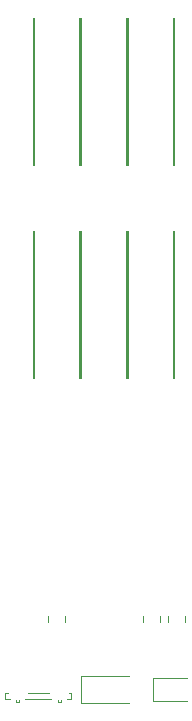
<source format=gbr>
G04 #@! TF.GenerationSoftware,KiCad,Pcbnew,(5.1.5-0-10_14)*
G04 #@! TF.CreationDate,2020-03-08T20:48:31+01:00*
G04 #@! TF.ProjectId,sensorHead,73656e73-6f72-4486-9561-642e6b696361,rev?*
G04 #@! TF.SameCoordinates,Original*
G04 #@! TF.FileFunction,Legend,Top*
G04 #@! TF.FilePolarity,Positive*
%FSLAX46Y46*%
G04 Gerber Fmt 4.6, Leading zero omitted, Abs format (unit mm)*
G04 Created by KiCad (PCBNEW (5.1.5-0-10_14)) date 2020-03-08 20:48:31*
%MOMM*%
%LPD*%
G04 APERTURE LIST*
%ADD10C,0.120000*%
%ADD11C,0.200000*%
G04 APERTURE END LIST*
D10*
X52334200Y-108800000D02*
X54554200Y-108800000D01*
X55834200Y-108800000D02*
X56244200Y-108800000D01*
X50844200Y-108300000D02*
X50644200Y-108300000D01*
X54344200Y-108300000D02*
X52594200Y-108300000D01*
X56244200Y-108800000D02*
X56244200Y-108300000D01*
X50644200Y-108800000D02*
X51054200Y-108800000D01*
X50644200Y-108300000D02*
X50644200Y-108800000D01*
X56244200Y-108300000D02*
X56044200Y-108300000D01*
X55094200Y-109020000D02*
X55094200Y-108890000D01*
X55344200Y-109020000D02*
X55094200Y-109020000D01*
X51544200Y-109020000D02*
X51544200Y-108890000D01*
X51794200Y-109020000D02*
X51544200Y-109020000D01*
X55344200Y-109020000D02*
X55344200Y-108890000D01*
X51794200Y-109020000D02*
X51794200Y-108890000D01*
X62289361Y-101738748D02*
X62289361Y-102261252D01*
X63709361Y-101738748D02*
X63709361Y-102261252D01*
D11*
X56949361Y-81575000D02*
X56949361Y-69135800D01*
X53049361Y-69199600D02*
X53049361Y-81575000D01*
X53049361Y-69185000D02*
X53049361Y-69165000D01*
X61049361Y-69185000D02*
X61049361Y-69165000D01*
X61049361Y-69199600D02*
X61049361Y-81575000D01*
X64949361Y-81575000D02*
X64949361Y-69135800D01*
X53049361Y-51185000D02*
X53049361Y-51165000D01*
X53049361Y-51199600D02*
X53049361Y-63575000D01*
X56949361Y-63575000D02*
X56949361Y-51135800D01*
X60949361Y-63575000D02*
X60949361Y-51135800D01*
X57049361Y-51199600D02*
X57049361Y-63575000D01*
X57049361Y-51185000D02*
X57049361Y-51165000D01*
X64949361Y-63575000D02*
X64949361Y-51135800D01*
X61049361Y-51199600D02*
X61049361Y-63575000D01*
X61049361Y-51185000D02*
X61049361Y-51165000D01*
X60949361Y-81575000D02*
X60949361Y-69135800D01*
X57049361Y-69199600D02*
X57049361Y-81575000D01*
X57049361Y-69185000D02*
X57049361Y-69165000D01*
D10*
X61100000Y-106865000D02*
X57040000Y-106865000D01*
X57040000Y-106865000D02*
X57040000Y-109135000D01*
X57040000Y-109135000D02*
X61100000Y-109135000D01*
X65861000Y-101738748D02*
X65861000Y-102261252D01*
X64441000Y-101738748D02*
X64441000Y-102261252D01*
X54289361Y-102261252D02*
X54289361Y-101738748D01*
X55709361Y-102261252D02*
X55709361Y-101738748D01*
X66000000Y-107040000D02*
X63140000Y-107040000D01*
X63140000Y-107040000D02*
X63140000Y-108960000D01*
X63140000Y-108960000D02*
X66000000Y-108960000D01*
M02*

</source>
